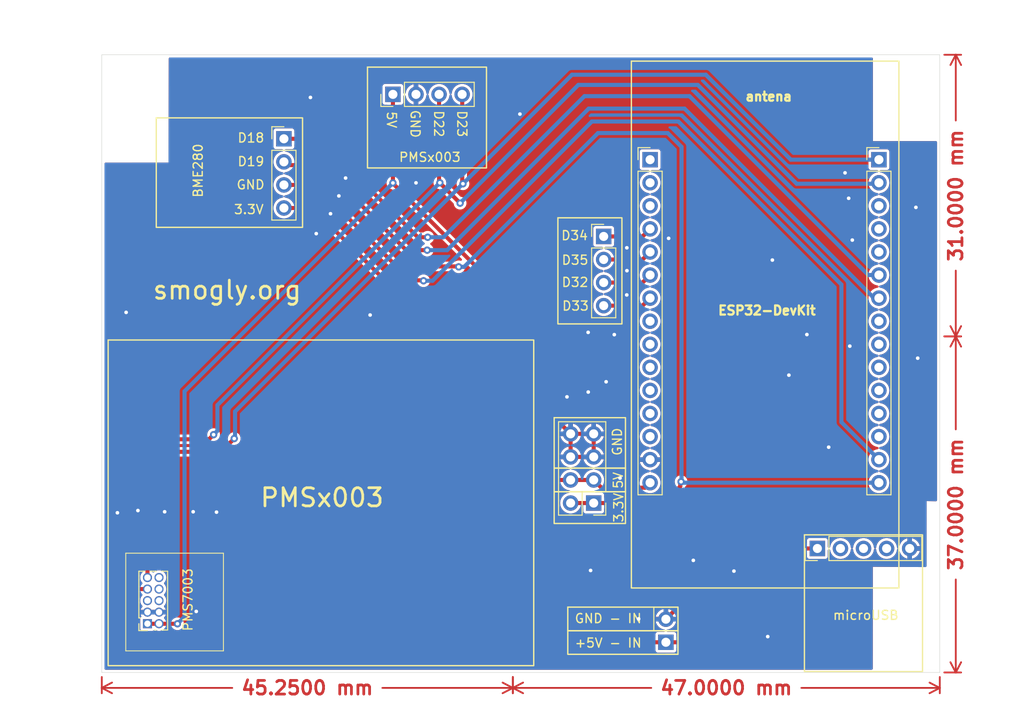
<source format=kicad_pcb>
(kicad_pcb (version 20211014) (generator pcbnew)
  (layers (0 "F.Cu" signal) (31 "B.Cu" signal) (34 "B.Paste" user) (35 "F.Paste" user) (36 "B.SilkS" user "B.Silkscreen") (37 "F.SilkS" user "F.Silkscreen") (38 "B.Mask" user) (39 "F.Mask" user) (44 "Edge.Cuts" user))
  (net 0 "")
  (net 1 "Net-(J11-Pad2)")
  (net 2 "Net-(J11-Pad14)")
  (net 3 "+5V")
  (net 4 "GND")
  (net 5 "+3V3")
  (net 9 "Net-(J10-Pad4)")
  (net 10 "Net-(J10-Pad5)")
  (net 11 "Net-(J10-Pad6)")
  (net 12 "Net-(J11-Pad6)")
  (net 13 "Net-(J11-Pad7)")
  (net 14 "Net-(J11-Pad1)")
  (net 15 "Net-(J10-Pad7)")
  (footprint "Connector_PinHeader_2.54mm:PinHeader_1x04_P2.54mm_Vertical" (layer "F.Cu") (at 197 72.81 90)
    (fp_text reference "J2" hide)
    (fp_text value "PMSx003")
    (fp_line (start -1.33 8.95) (end 1.33 8.95) (layer "F.SilkS") (width 0.12))
    (fp_line (start -1.33 0) (end -1.33 -1.33) (layer "F.SilkS") (width 0.12))
    (fp_line (start -1.33 1.27) (end 1.33 1.27) (layer "F.SilkS") (width 0.12))
    (fp_line (start -1.33 -1.33) (end 0 -1.33) (layer "F.SilkS") (width 0.12))
    (fp_line (start 1.33 1.27) (end 1.33 8.95) (layer "F.SilkS") (width 0.12))
    (fp_line (start -1.33 1.27) (end -1.33 8.95) (layer "F.SilkS") (width 0.12))
    (pad "1" thru_hole rect locked (at 0 0 90) (size 1.7 1.7) (drill 1) (layers *.Cu *.Mask) (net 3 "+5V"))
    (pad "2" thru_hole oval locked (at 0 2.54 90) (size 1.7 1.7) (drill 1) (layers *.Cu *.Mask) (net 4 "GND"))
    (pad "3" thru_hole oval locked (at 0 5.08 90) (size 1.7 1.7) (drill 1) (layers *.Cu *.Mask) (net 1 "Net-(J11-Pad2)"))
    (pad "4" thru_hole oval locked (at 0 7.62 90) (size 1.7 1.7) (drill 1) (layers *.Cu *.Mask) (net 14 "Net-(J11-Pad1)"))
  )
  (footprint "Connector_PinHeader_2.54mm:PinHeader_1x02_P2.54mm_Vertical" (layer "F.Cu") (at 227.05 133.125 180)
    (fp_text reference "J1" hide)
    (fp_text value "VCC IN")
    (fp_line (start -1.33 -1.33) (end 0 -1.33) (layer "F.SilkS") (width 0.12))
    (fp_line (start -1.33 0) (end -1.33 -1.33) (layer "F.SilkS") (width 0.12))
    (fp_line (start 1.33 1.27) (end 1.33 3.87) (layer "F.SilkS") (width 0.12))
    (fp_line (start -1.33 1.27) (end 1.33 1.27) (layer "F.SilkS") (width 0.12))
    (fp_line (start -1.33 3.87) (end 1.33 3.87) (layer "F.SilkS") (width 0.12))
    (fp_line (start -1.33 1.27) (end -1.33 3.87) (layer "F.SilkS") (width 0.12))
    (pad "1" thru_hole rect locked (at 0 0 180) (size 1.7 1.7) (drill 1) (layers *.Cu *.Mask) (net 3 "+5V"))
    (pad "2" thru_hole oval locked (at 0 2.54 180) (size 1.7 1.7) (drill 1) (layers *.Cu *.Mask) (net 4 "GND"))
  )
  (footprint "Connector_PinHeader_2.54mm:PinHeader_1x04_P2.54mm_Vertical" (layer "F.Cu") (at 220.2 88.45)
    (fp_text reference "J8" hide)
    (fp_text value "D33/32/35/35" hide)
    (fp_line (start -1.33 1.27) (end 1.33 1.27) (layer "F.SilkS") (width 0.12))
    (fp_line (start -1.33 -1.33) (end 0 -1.33) (layer "F.SilkS") (width 0.12))
    (fp_line (start 1.33 1.27) (end 1.33 8.95) (layer "F.SilkS") (width 0.12))
    (fp_line (start -1.33 1.27) (end -1.33 8.95) (layer "F.SilkS") (width 0.12))
    (fp_line (start -1.33 8.95) (end 1.33 8.95) (layer "F.SilkS") (width 0.12))
    (fp_line (start -1.33 0) (end -1.33 -1.33) (layer "F.SilkS") (width 0.12))
    (pad "1" thru_hole rect locked (at 0 0) (size 1.7 1.7) (drill 1) (layers *.Cu *.Mask) (net 9 "Net-(J10-Pad4)"))
    (pad "2" thru_hole oval locked (at 0 2.54) (size 1.7 1.7) (drill 1) (layers *.Cu *.Mask) (net 10 "Net-(J10-Pad5)"))
    (pad "3" thru_hole oval locked (at 0 5.08) (size 1.7 1.7) (drill 1) (layers *.Cu *.Mask) (net 11 "Net-(J10-Pad6)"))
    (pad "4" thru_hole oval locked (at 0 7.62) (size 1.7 1.7) (drill 1) (layers *.Cu *.Mask) (net 15 "Net-(J10-Pad7)"))
  )
  (footprint "Connector_PinSocket_1.27mm:PinSocket_2x05_P1.27mm_Vertical" (layer "F.Cu") (at 169.98 131.08 180)
    (fp_text reference "J9" hide)
    (fp_text value "PMS7003_Conn" hide)
    (fp_line (start -2.22 -0.695) (end -1.57753 -0.695) (layer "F.SilkS") (width 0.12))
    (fp_line (start 0.95 -0.76) (end 0.95 0) (layer "F.SilkS") (width 0.12))
    (fp_line (start 0.76 0.635) (end 0.95 0.635) (layer "F.SilkS") (width 0.12))
    (fp_line (start -2.22 -0.695) (end -2.22 5.775) (layer "F.SilkS") (width 0.12))
    (fp_line (start -0.96247 5.775) (end -0.30753 5.775) (layer "F.SilkS") (width 0.12))
    (fp_line (start -2.22 5.775) (end -1.57753 5.775) (layer "F.SilkS") (width 0.12))
    (fp_line (start -0.96247 -0.695) (end -0.76 -0.695) (layer "F.SilkS") (width 0.12))
    (fp_line (start 0 -0.76) (end 0.95 -0.76) (layer "F.SilkS") (width 0.12))
    (fp_line (start 0.95 0.635) (end 0.95 5.775) (layer "F.SilkS") (width 0.12))
    (fp_line (start 0.30753 5.775) (end 0.95 5.775) (layer "F.SilkS") (width 0.12))
    (pad "1" thru_hole rect locked (at 0 0 180) (size 1 1) (drill 0.7) (layers *.Cu *.Mask) (net 3 "+5V"))
    (pad "2" thru_hole oval locked (at -1.27 0 180) (size 1 1) (drill 0.7) (layers *.Cu *.Mask) (net 3 "+5V"))
    (pad "3" thru_hole oval locked (at 0 1.27 180) (size 1 1) (drill 0.7) (layers *.Cu *.Mask) (net 4 "GND"))
    (pad "4" thru_hole oval locked (at -1.27 1.27 180) (size 1 1) (drill 0.7) (layers *.Cu *.Mask) (net 4 "GND"))
    (pad "5" thru_hole oval locked (at 0 2.54 180) (size 1 1) (drill 0.7) (layers *.Cu *.Mask))
    (pad "6" thru_hole oval locked (at -1.27 2.54 180) (size 1 1) (drill 0.7) (layers *.Cu *.Mask))
    (pad "7" thru_hole oval locked (at 0 3.81 180) (size 1 1) (drill 0.7) (layers *.Cu *.Mask) (net 1 "Net-(J11-Pad2)"))
    (pad "8" thru_hole oval locked (at -1.27 3.81 180) (size 1 1) (drill 0.7) (layers *.Cu *.Mask))
    (pad "9" thru_hole oval locked (at 0 5.08 180) (size 1 1) (drill 0.7) (layers *.Cu *.Mask) (net 14 "Net-(J11-Pad1)"))
    (pad "10" thru_hole oval locked (at -1.27 5.08 180) (size 1 1) (drill 0.7) (layers *.Cu *.Mask))
  )
  (footprint "Connector_PinHeader_2.54mm:PinHeader_1x15_P2.54mm_Vertical" (layer "F.Cu") (at 225.31 80)
    (fp_text reference "J10" hide)
    (fp_text value "ESP32-DevKit VIN-EN" hide)
    (fp_line (start 1.33 1.27) (end 1.33 36.89) (layer "F.SilkS") (width 0.12))
    (fp_line (start -1.33 1.27) (end 1.33 1.27) (layer "F.SilkS") (width 0.12))
    (fp_line (start -1.33 36.89) (end 1.33 36.89) (layer "F.SilkS") (width 0.12))
    (fp_line (start -1.33 1.27) (end -1.33 36.89) (layer "F.SilkS") (width 0.12))
    (fp_line (start -1.33 0) (end -1.33 -1.33) (layer "F.SilkS") (width 0.12))
    (fp_line (start -1.33 -1.33) (end 0 -1.33) (layer "F.SilkS") (width 0.12))
    (pad "1" thru_hole rect locked (at 0 0) (size 1.7 1.7) (drill 1) (layers *.Cu *.Mask))
    (pad "2" thru_hole oval locked (at 0 2.54) (size 1.7 1.7) (drill 1) (layers *.Cu *.Mask))
    (pad "3" thru_hole oval locked (at 0 5.08) (size 1.7 1.7) (drill 1) (layers *.Cu *.Mask))
    (pad "4" thru_hole oval locked (at 0 7.62) (size 1.7 1.7) (drill 1) (layers *.Cu *.Mask) (net 9 "Net-(J10-Pad4)"))
    (pad "5" thru_hole oval locked (at 0 10.16) (size 1.7 1.7) (drill 1) (layers *.Cu *.Mask) (net 10 "Net-(J10-Pad5)"))
    (pad "6" thru_hole oval locked (at 0 12.7) (size 1.7 1.7) (drill 1) (layers *.Cu *.Mask) (net 11 "Net-(J10-Pad6)"))
    (pad "7" thru_hole oval locked (at 0 15.24) (size 1.7 1.7) (drill 1) (layers *.Cu *.Mask) (net 15 "Net-(J10-Pad7)"))
    (pad "8" thru_hole oval locked (at 0 17.78) (size 1.7 1.7) (drill 1) (layers *.Cu *.Mask))
    (pad "9" thru_hole oval locked (at 0 20.32) (size 1.7 1.7) (drill 1) (layers *.Cu *.Mask))
    (pad "10" thru_hole oval locked (at 0 22.86) (size 1.7 1.7) (drill 1) (layers *.Cu *.Mask))
    (pad "11" thru_hole oval locked (at 0 25.4) (size 1.7 1.7) (drill 1) (layers *.Cu *.Mask))
    (pad "12" thru_hole oval locked (at 0 27.94) (size 1.7 1.7) (drill 1) (layers *.Cu *.Mask))
    (pad "13" thru_hole oval locked (at 0 30.48) (size 1.7 1.7) (drill 1) (layers *.Cu *.Mask))
    (pad "14" thru_hole oval locked (at 0 33.02) (size 1.7 1.7) (drill 1) (layers *.Cu *.Mask) (net 4 "GND"))
    (pad "15" thru_hole oval locked (at 0 35.56) (size 1.7 1.7) (drill 1) (layers *.Cu *.Mask) (net 3 "+5V"))
  )
  (footprint "Connector_PinHeader_2.54mm:PinHeader_2x04_P2.54mm_Vertical" (layer "F.Cu") (at 219.1 117.8 180)
    (fp_text reference "J5" hide)
    (fp_text value "5/3.3/GND")
    (fp_line (start 1.27 1.27) (end 1.27 -1.33) (layer "F.SilkS") (width 0.12))
    (fp_line (start 3.87 -1.33) (end 3.87 8.95) (layer "F.SilkS") (width 0.12))
    (fp_line (start -1.33 -1.33) (end 0 -1.33) (layer "F.SilkS") (width 0.12))
    (fp_line (start -1.33 8.95) (end 3.87 8.95) (layer "F.SilkS") (width 0.12))
    (fp_line (start -1.33 1.27) (end 1.27 1.27) (layer "F.SilkS") (width 0.12))
    (fp_line (start -1.33 0) (end -1.33 -1.33) (layer "F.SilkS") (width 0.12))
    (fp_line (start -1.33 1.27) (end -1.33 8.95) (layer "F.SilkS") (width 0.12))
    (fp_line (start 1.27 -1.33) (end 3.87 -1.33) (layer "F.SilkS") (width 0.12))
    (pad "1" thru_hole rect locked (at 0 0 180) (size 1.7 1.7) (drill 1) (layers *.Cu *.Mask) (net 5 "+3V3"))
    (pad "2" thru_hole oval locked (at 2.54 0 180) (size 1.7 1.7) (drill 1) (layers *.Cu *.Mask) (net 5 "+3V3"))
    (pad "3" thru_hole oval locked (at 0 2.54 180) (size 1.7 1.7) (drill 1) (layers *.Cu *.Mask) (net 3 "+5V"))
    (pad "4" thru_hole oval locked (at 2.54 2.54 180) (size 1.7 1.7) (drill 1) (layers *.Cu *.Mask) (net 3 "+5V"))
    (pad "5" thru_hole oval locked (at 0 5.08 180) (size 1.7 1.7) (drill 1) (layers *.Cu *.Mask) (net 4 "GND"))
    (pad "6" thru_hole oval locked (at 2.54 5.08 180) (size 1.7 1.7) (drill 1) (layers *.Cu *.Mask) (net 4 "GND"))
    (pad "7" thru_hole oval locked (at 0 7.62 180) (size 1.7 1.7) (drill 1) (layers *.Cu *.Mask) (net 4 "GND"))
    (pad "8" thru_hole oval locked (at 2.54 7.62 180) (size 1.7 1.7) (drill 1) (layers *.Cu *.Mask) (net 4 "GND"))
  )
  (footprint "Connector_PinHeader_2.54mm:PinHeader_1x05_P2.54mm_Vertical" (layer "F.Cu") (at 243.725 122.8 90)
    (fp_text reference "J4" hide)
    (fp_text value "microUSB")
    (fp_line (start -1.33 0) (end -1.33 -1.33) (layer "F.SilkS") (width 0.12))
    (fp_line (start 1.33 1.27) (end 1.33 11.49) (layer "F.SilkS") (width 0.12))
    (fp_line (start -1.33 1.27) (end 1.33 1.27) (layer "F.SilkS") (width 0.12))
    (fp_line (start -1.33 1.27) (end -1.33 11.49) (layer "F.SilkS") (width 0.12))
    (fp_line (start -1.33 -1.33) (end 0 -1.33) (layer "F.SilkS") (width 0.12))
    (fp_line (start -1.33 11.49) (end 1.33 11.49) (layer "F.SilkS") (width 0.12))
    (pad "1" thru_hole rect locked (at 0 0 90) (size 1.7 1.7) (drill 1) (layers *.Cu *.Mask) (net 3 "+5V"))
    (pad "2" thru_hole oval locked (at 0 2.54 90) (size 1.7 1.7) (drill 1) (layers *.Cu *.Mask))
    (pad "3" thru_hole oval locked (at 0 5.08 90) (size 1.7 1.7) (drill 1) (layers *.Cu *.Mask))
    (pad "4" thru_hole oval locked (at 0 7.62 90) (size 1.7 1.7) (drill 1) (layers *.Cu *.Mask))
    (pad "5" thru_hole oval locked (at 0 10.16 90) (size 1.7 1.7) (drill 1) (layers *.Cu *.Mask) (net 4 "GND"))
  )
  (footprint "Connector_PinHeader_2.54mm:PinHeader_1x15_P2.54mm_Vertical" (layer "F.Cu") (at 250.5 80)
    (fp_text reference "J11" hide)
    (fp_text value "ESP32-DevKit 3V3-D23" hide)
    (fp_line (start 1.33 1.27) (end 1.33 36.89) (layer "F.SilkS") (width 0.12))
    (fp_line (start -1.33 -1.33) (end 0 -1.33) (layer "F.SilkS") (width 0.12))
    (fp_line (start -1.33 1.27) (end -1.33 36.89) (layer "F.SilkS") (width 0.12))
    (fp_line (start -1.33 36.89) (end 1.33 36.89) (layer "F.SilkS") (width 0.12))
    (fp_line (start -1.33 0) (end -1.33 -1.33) (layer "F.SilkS") (width 0.12))
    (fp_line (start -1.33 1.27) (end 1.33 1.27) (layer "F.SilkS") (width 0.12))
    (pad "1" thru_hole rect locked (at 0 0) (size 1.7 1.7) (drill 1) (layers *.Cu *.Mask) (net 14 "Net-(J11-Pad1)"))
    (pad "2" thru_hole oval locked (at 0 2.54) (size 1.7 1.7) (drill 1) (layers *.Cu *.Mask) (net 1 "Net-(J11-Pad2)"))
    (pad "3" thru_hole oval locked (at 0 5.08) (size 1.7 1.7) (drill 1) (layers *.Cu *.Mask))
    (pad "4" thru_hole oval locked (at 0 7.62) (size 1.7 1.7) (drill 1) (layers *.Cu *.Mask))
    (pad "5" thru_hole oval locked (at 0 10.16) (size 1.7 1.7) (drill 1) (layers *.Cu *.Mask))
    (pad "6" thru_hole oval locked (at 0 12.7) (size 1.7 1.7) (drill 1) (layers *.Cu *.Mask) (net 12 "Net-(J11-Pad6)"))
    (pad "7" thru_hole oval locked (at 0 15.24) (size 1.7 1.7) (drill 1) (layers *.Cu *.Mask) (net 13 "Net-(J11-Pad7)"))
    (pad "8" thru_hole oval locked (at 0 17.78) (size 1.7 1.7) (drill 1) (layers *.Cu *.Mask))
    (pad "9" thru_hole oval locked (at 0 20.32) (size 1.7 1.7) (drill 1) (layers *.Cu *.Mask))
    (pad "10" thru_hole oval locked (at 0 22.86) (size 1.7 1.7) (drill 1) (layers *.Cu *.Mask))
    (pad "11" thru_hole oval locked (at 0 25.4) (size 1.7 1.7) (drill 1) (layers *.Cu *.Mask))
    (pad "12" thru_hole oval locked (at 0 27.94) (size 1.7 1.7) (drill 1) (layers *.Cu *.Mask))
    (pad "13" thru_hole oval locked (at 0 30.48) (size 1.7 1.7) (drill 1) (layers *.Cu *.Mask))
    (pad "14" thru_hole oval locked (at 0 33.02) (size 1.7 1.7) (drill 1) (layers *.Cu *.Mask) (net 2 "Net-(J11-Pad14)"))
    (pad "15" thru_hole oval locked (at 0 35.56) (size 1.7 1.7) (drill 1) (layers *.Cu *.Mask) (net 5 "+3V3"))
  )
  (footprint "Connector_PinHeader_2.54mm:PinHeader_1x04_P2.54mm_Vertical" (layer "F.Cu") (at 185 77.7)
    (fp_text reference "J3" hide)
    (fp_text value "BME280")
    (fp_line (start 1.33 1.27) (end 1.33 8.95) (layer "F.SilkS") (width 0.12))
    (fp_line (start -1.33 1.27) (end -1.33 8.95) (layer "F.SilkS") (width 0.12))
    (fp_line (start -1.33 8.95) (end 1.33 8.95) (layer "F.SilkS") (width 0.12))
    (fp_line (start -1.33 0) (end -1.33 -1.33) (layer "F.SilkS") (width 0.12))
    (fp_line (start -1.33 -1.33) (end 0 -1.33) (layer "F.SilkS") (width 0.12))
    (fp_line (start -1.33 1.27) (end 1.33 1.27) (layer "F.SilkS") (width 0.12))
    (pad "1" thru_hole rect locked (at 0 0) (size 1.7 1.7) (drill 1) (layers *.Cu *.Mask) (net 12 "Net-(J11-Pad6)"))
    (pad "2" thru_hole oval locked (at 0 2.54) (size 1.7 1.7) (drill 1) (layers *.Cu *.Mask) (net 13 "Net-(J11-Pad7)"))
    (pad "3" thru_hole oval locked (at 0 5.08) (size 1.7 1.7) (drill 1) (layers *.Cu *.Mask) (net 5 "+3V3"))
    (pad "4" thru_hole oval locked (at 0 7.62) (size 1.7 1.7) (drill 1) (layers *.Cu *.Mask) (net 2 "Net-(J11-Pad14)"))
  )
  (gr_rect (start 228.38 131.855) (end 216.25 134.45) (layer "F.SilkS") (width 0.15) (fill none))
  (gr_rect (start 214.75 113.95) (end 222.6 116.55) (layer "F.SilkS") (width 0.15) (fill none))
  (gr_line (start 178.34 134.07) (end 167.59 134.07) (layer "F.SilkS") (width 0.1))
  (gr_rect (start 194.2 69.81) (end 207.3 80.91) (layer "F.SilkS") (width 0.15) (fill none))
  (gr_rect (start 222.21 86.4) (end 215.1612 98.08) (layer "F.SilkS") (width 0.15) (fill none))
  (gr_rect (start 222.6 116.55) (end 214.75 120.05) (layer "F.SilkS") (width 0.15) (fill none))
  (gr_rect (start 165.65 135.7) (end 212.5 99.85) (layer "F.SilkS") (width 0.15) (fill none))
  (gr_rect (start 222.6 113.95) (end 214.75 108.4) (layer "F.SilkS") (width 0.15) (fill none))
  (gr_rect (start 170.95 87.45) (end 187.05 75.4) (layer "F.SilkS") (width 0.15) (fill none))
  (gr_line (start 178.34 123.32) (end 167.59 123.32) (layer "F.SilkS") (width 0.1))
  (gr_rect (start 252.7 69.15) (end 223.25 127.15) (layer "F.SilkS") (width 0.15) (fill none))
  (gr_line (start 167.59 134.07) (end 167.59 123.32) (layer "F.SilkS") (width 0.1))
  (gr_rect (start 255.3 136.35) (end 242.3 121.3) (layer "F.SilkS") (width 0.15) (fill none))
  (gr_rect (start 216.25 131.86) (end 228.38 129.255) (layer "F.SilkS") (width 0.15) (fill none))
  (gr_line (start 178.34 134.07) (end 178.34 123.32) (layer "F.SilkS") (width 0.1))
  (gr_line (start 257.2 136.45) (end 257.2 68.45) (layer "Edge.Cuts") (width 0.05))
  (gr_line (start 257.2 68.45) (end 164.95 68.45) (layer "Edge.Cuts") (width 0.05))
  (gr_line (start 164.95 136.45) (end 257.2 136.45) (layer "Edge.Cuts") (width 0.05))
  (gr_line (start 164.95 68.45) (end 164.95 136.45) (layer "Edge.Cuts") (width 0.05))
  (gr_text "D34" (at 217 88.35) (layer "F.SilkS") (effects (font (size 1 1))))
  (gr_text "microUSB" (at 249.05 130.15) (layer "F.SilkS") (effects (font (size 1 1))))
  (gr_text "GND" (at 221.7 111.05 90) (layer "F.SilkS") (effects (font (size 1 1))))
  (gr_text "5V" (at 196.85 75.61 270) (layer "F.SilkS") (effects (font (size 1 1))))
  (gr_text "D33" (at 217.1 96.1) (layer "F.SilkS") (effects (font (size 1 1))))
  (gr_text "D19" (at 181.37 80.2) (layer "F.SilkS") (effects (font (size 1 1))))
  (gr_text "D35" (at 217.05 91.05) (layer "F.SilkS") (effects (font (size 1 1))))
  (gr_text "PMS7003" (at 174.43 128.44 90) (layer "F.SilkS") (effects (font (size 1 1))))
  (gr_text "GND" (at 181.33 82.76) (layer "F.SilkS") (effects (font (size 1 1))))
  (gr_text "ESP32-DevKit" (at 238.17 96.6) (layer "F.SilkS") (effects (font (size 1 1) (thickness 0.25))))
  (gr_text "5V" (at 221.8 115.3 90) (layer "F.SilkS") (effects (font (size 1 1))))
  (gr_text "smogly.org" (at 178.75 94.35) (layer "F.SilkS") (effects (font (size 2 2) (thickness 0.3))))
  (gr_text "3.3V" (at 221.85 118.3 90) (layer "F.SilkS") (effects (font (size 1 1))))
  (gr_text "PMSx003" (at 201.07 79.73) (layer "F.SilkS") (effects (font (size 1 1))))
  (gr_text "GND" (at 199.45 76.06 270) (layer "F.SilkS") (effects (font (size 1 1))))
  (gr_text "D23" (at 204.6 76.05 270) (layer "F.SilkS") (effects (font (size 1 1))))
  (gr_text "PMSx003" (at 189.2 117.2) (layer "F.SilkS") (effects (font (size 2 2) (thickness 0.3))))
  (gr_text "D32" (at 217.05 93.5) (layer "F.SilkS") (effects (font (size 1 1))))
  (gr_text "GND - IN" (at 220.7 130.505) (layer "F.SilkS") (effects (font (size 1 1))))
  (gr_text "D22" (at 202.05 76.05 270) (layer "F.SilkS") (effects (font (size 1 1))))
  (gr_text "D18" (at 181.37 77.6) (layer "F.SilkS") (effects (font (size 1 1))))
  (gr_text "+5V - IN" (at 220.7 133.2) (layer "F.SilkS") (effects (font (size 1 1))))
  (gr_text "BME280" (at 175.55 81.2 90) (layer "F.SilkS") (effects (font (size 1 1))))
  (gr_text "antena" (at 238.37 73.05) (layer "F.SilkS") (effects (font (size 1 1) (thickness 0.25))))
  (gr_text "3.3V" (at 181.14 85.48) (layer "F.SilkS") (effects (font (size 1 1))))
  (dimension (type aligned) (layer "F.Cu") (pts (xy 257.2 136.45) (xy 257.2 99.45)) (height 1.759616) (gr_text "37.0000 mm" (at 258.959616 117.95 90) (layer "F.Cu") (effects (font (size 1.5 1.5) (thickness 0.3)))) (format (units 3) (units_format 1) (precision 4)) (style (thickness 0.2) (arrow_length 1.27) (text_position_mode 1) (extension_height 0.58642) (extension_offset 0.5) keep_text_aligned))
  (dimension (type aligned) (layer "F.Cu") (pts (xy 210.2 136.45) (xy 164.95 136.45)) (height -1.698877) (gr_text "45.2500 mm" (at 187.575 138.148877) (layer "F.Cu") (effects (font (size 1.5 1.5) (thickness 0.3)))) (format (units 3) (units_format 1) (precision 4)) (style (thickness 0.2) (arrow_length 1.27) (text_position_mode 1) (extension_height 0.58642) (extension_offset 0.5) keep_text_aligned))
  (dimension (type aligned) (layer "F.Cu") (pts (xy 257.2 136.45) (xy 210.2 136.45)) (height -1.698877) (gr_text "47.0000 mm" (at 233.7 138.148877) (layer "F.Cu") (effects (font (size 1.5 1.5) (thickness 0.3)))) (format (units 3) (units_format 1) (precision 4)) (style (thickness 0.2) (arrow_length 1.27) (text_position_mode 1) (extension_height 0.58642) (extension_offset 0.5) keep_text_aligned))
  (dimension (type aligned) (layer "F.Cu") (pts (xy 257.2 68.45) (xy 257.2 99.45)) (height -1.759616) (gr_text "31.0000 mm" (at 258.959616 83.95 90) (layer "F.Cu") (effects (font (size 1.5 1.5) (thickness 0.3)))) (format (units 3) (units_format 1) (precision 4)) (style (thickness 0.2) (arrow_length 1.27) (text_position_mode 1) (extension_height 0.58642) (extension_offset 0.5) keep_text_aligned))
  (segment (start 202.17 82.54) (end 202.08 82.45) (width 0.35) (layer "F.Cu") (net 1))
  (segment (start 202.17 82.56) (end 204.395 84.785) (width 0.45) (layer "F.Cu") (net 1))
  (segment (start 167.75 113.65) (end 167.75 126.61) (width 0.45) (layer "F.Cu") (net 1))
  (segment (start 170.62 110.78) (end 167.75 113.65) (width 0.45) (layer "F.Cu") (net 1))
  (segment (start 167.75 126.61) (end 168.41 127.27) (width 0.45) (layer "F.Cu") (net 1))
  (segment (start 168.41 127.27) (end 169.98 127.27) (width 0.45) (layer "F.Cu") (net 1))
  (segment (start 177.26 110.27) (end 176.75 110.78) (width 0.45) (layer "F.Cu") (net 1))
  (segment (start 202.17 82.54) (end 202.17 82.56) (width 0.35) (layer "F.Cu") (net 1))
  (segment (start 202.08 82.45) (end 202.08 72.81) (width 0.45) (layer "F.Cu") (net 1))
  (segment (start 176.75 110.78) (end 170.62 110.78) (width 0.45) (layer "F.Cu") (net 1))
  (via (at 177.26 110.27) (size 0.8) (drill 0.4) (layers "F.Cu" "B.Cu") (net 1))
  (via (at 204.395 84.785) (size 0.8) (drill 0.4) (layers "F.Cu" "B.Cu") (net 1))
  (via (at 202.17 82.54) (size 0.8) (drill 0.4) (layers "F.Cu" "B.Cu") (net 1))
  (segment (start 177.68 107.02) (end 202.16 82.54) (width 0.45) (layer "B.Cu") (net 1))
  (segment (start 177.26 110.27) (end 177.68 109.85) (width 0.45) (layer "B.Cu") (net 1))
  (segment (start 217.41 71.77) (end 230.565 71.77) (width 0.45) (layer "B.Cu") (net 1))
  (segment (start 241.445 82.65) (end 250.39 82.65) (width 0.45) (layer "B.Cu") (net 1))
  (segment (start 230.565 71.77) (end 241.445 82.65) (width 0.45) (layer "B.Cu") (net 1))
  (segment (start 202.16 82.54) (end 202.17 82.54) (width 0.35) (layer "B.Cu") (net 1))
  (segment (start 204.395 84.785) (end 217.41 71.77) (width 0.45) (layer "B.Cu") (net 1))
  (segment (start 250.39 82.65) (end 250.5 82.54) (width 0.45) (layer "B.Cu") (net 1))
  (segment (start 177.68 109.85) (end 177.68 107.02) (width 0.45) (layer "B.Cu") (net 1))
  (segment (start 188.15 85.32) (end 185 85.32) (width 0.45) (layer "F.Cu") (net 2))
  (segment (start 200.37 93.33) (end 200.32 93.28) (width 0.45) (layer "F.Cu") (net 2))
  (segment (start 200.32 93.28) (end 196.11 93.28) (width 0.45) (layer "F.Cu") (net 2))
  (segment (start 196.11 93.28) (end 188.15 85.32) (width 0.45) (layer "F.Cu") (net 2))
  (via (at 200.37 93.33) (size 0.8) (drill 0.4) (layers "F.Cu" "B.Cu") (net 2))
  (segment (start 218.8958 75.7992) (end 228.4192 75.7992) (width 0.45) (layer "B.Cu") (net 2))
  (segment (start 246.37 108.89) (end 250.5 113.02) (width 0.45) (layer "B.Cu") (net 2))
  (segment (start 201.365 93.33) (end 218.8958 75.7992) (width 0.45) (layer "B.Cu") (net 2))
  (segment (start 228.4192 75.7992) (end 246.37 93.75) (width 0.45) (layer "B.Cu") (net 2))
  (segment (start 246.37 93.75) (end 246.37 108.89) (width 0.45) (layer "B.Cu") (net 2))
  (segment (start 200.37 93.33) (end 201.365 93.33) (width 0.45) (layer "B.Cu") (net 2))
  (segment (start 224.76 116.11) (end 225.31 115.56) (width 0.45) (layer "F.Cu") (net 3))
  (segment (start 213.46 131.36) (end 215.225 133.125) (width 0.45) (layer "F.Cu") (net 3))
  (segment (start 169.99 131.09) (end 173.28 131.09) (width 0.45) (layer "F.Cu") (net 3))
  (segment (start 239.46 122.8) (end 243.725 122.8) (width 0.45) (layer "F.Cu") (net 3))
  (segment (start 169.98 131.08) (end 169.99 131.09) (width 0.45) (layer "F.Cu") (net 3))
  (segment (start 206.23 91.84) (end 211.93 91.84) (width 0.45) (layer "F.Cu") (net 3))
  (segment (start 219.1 115.26) (end 219.95 116.11) (width 0.45) (layer "F.Cu") (net 3))
  (segment (start 219.1 115.26) (end 216.56 115.26) (width 0.45) (layer "F.Cu") (net 3))
  (segment (start 227.05 133.125) (end 229.135 133.125) (width 0.45) (layer "F.Cu") (net 3))
  (segment (start 219.95 116.11) (end 224.76 116.11) (width 0.45) (layer "F.Cu") (net 3))
  (segment (start 213.46 93.37) (end 213.46 131.36) (width 0.45) (layer "F.Cu") (net 3))
  (segment (start 197 82.56) (end 197 82.61) (width 0.45) (layer "F.Cu") (net 3))
  (segment (start 197 82.61) (end 206.23 91.84) (width 0.45) (layer "F.Cu") (net 3))
  (segment (start 211.93 91.84) (end 213.46 93.37) (width 0.45) (layer "F.Cu") (net 3))
  (segment (start 229.135 133.125) (end 239.46 122.8) (width 0.45) (layer "F.Cu") (net 3))
  (segment (start 215.225 133.125) (end 227.05 133.125) (width 0.45) (layer "F.Cu") (net 3))
  (segment (start 197 79.78) (end 197 82.56) (width 0.45) (layer "F.Cu") (net 3))
  (segment (start 197 72.81) (end 197 79.78) (width 0.45) (layer "F.Cu") (net 3))
  (segment (start 216.56 115.26) (end 213.6 115.26) (width 0.45) (layer "F.Cu") (net 3))
  (via (at 173.28 131.09) (size 0.8) (drill 0.4) (layers "F.Cu" "B.Cu") (net 3))
  (via (at 197 82.56) (size 0.8) (drill 0.4) (layers "F.Cu" "B.Cu") (net 3))
  (segment (start 174.06 130.31) (end 173.28 131.09) (width 0.45) (layer "B.Cu") (net 3))
  (segment (start 197 82.56) (end 174.06 105.5) (width 0.45) (layer "B.Cu") (net 3))
  (segment (start 174.06 105.5) (end 174.06 130.31) (width 0.45) (layer "B.Cu") (net 3))
  (segment (start 238.035 119.6) (end 252.145 119.6) (width 0.45) (layer "F.Cu") (net 4))
  (segment (start 199.54 82.56) (end 207 90.02) (width 0.45) (layer "F.Cu") (net 4))
  (segment (start 199.54 72.81) (end 199.54 82.55) (width 0.45) (layer "F.Cu") (net 4))
  (segment (start 216.56 110.18) (end 219.1 110.18) (width 0.45) (layer "F.Cu") (net 4))
  (segment (start 199.54 82.55) (end 199.54 82.56) (width 0.45) (layer "F.Cu") (net 4))
  (segment (start 214.73 92.24) (end 214.73 108.35) (width 0.45) (layer "F.Cu") (net 4))
  (segment (start 214.73 108.35) (end 216.56 110.18) (width 0.45) (layer "F.Cu") (net 4))
  (segment (start 252.145 119.6) (end 253.885 121.34) (width 0.45) (layer "F.Cu") (net 4))
  (segment (start 216.56 112.72) (end 216.56 110.18) (width 0.45) (layer "F.Cu") (net 4))
  (segment (start 253.885 121.34) (end 253.885 122.8) (width 0.45) (layer "F.Cu") (net 4))
  (segment (start 219.1 110.18) (end 219.1 112.72) (width 0.45) (layer "F.Cu") (net 4))
  (segment (start 222 113.39) (end 221.33 112.72) (width 0.45) (layer "F.Cu") (net 4))
  (segment (start 175.27 129.81) (end 175.35 129.73) (width 0.45) (layer "F.Cu") (net 4))
  (segment (start 169.98 129.81) (end 175.27 129.81) (width 0.45) (layer "F.Cu") (net 4))
  (segment (start 212.51 90.02) (end 214.73 92.24) (width 0.45) (layer "F.Cu") (net 4))
  (segment (start 221.33 112.72) (end 219.1 112.72) (width 0.45) (layer "F.Cu") (net 4))
  (segment (start 227.015 130.55) (end 227.05 130.585) (width 0.35) (layer "F.Cu") (net 4))
  (segment (start 224.05 130.55) (end 227.015 130.55) (width 0.45) (layer "F.Cu") (net 4))
  (segment (start 207 90.02) (end 212.51 90.02) (width 0.45) (layer "F.Cu") (net 4))
  (segment (start 222 115.05) (end 222 113.39) (width 0.45) (layer "F.Cu") (net 4))
  (segment (start 219.1 112.72) (end 216.56 112.72) (width 0.45) (layer "F.Cu") (net 4))
  (segment (start 227.05 130.585) (end 238.035 119.6) (width 0.45) (layer "F.Cu") (net 4))
  (via (at 167.63 96.81) (size 0.8) (drill 0.4) (layers "F.Cu" "B.Cu") (net 4))
  (via (at 222.76 92.22) (size 0.8) (drill 0.4) (layers "F.Cu" "B.Cu") (net 4))
  (via (at 175.35 129.73) (size 0.8) (drill 0.4) (layers "F.Cu" "B.Cu") (net 4))
  (via (at 190.13 85.95) (size 0.8) (drill 0.4) (layers "F.Cu" "B.Cu") (net 4))
  (via (at 242.57 99.25) (size 0.8) (drill 0.4) (layers "F.Cu" "B.Cu") (net 4))
  (via (at 210.98 74.98) (size 0.8) (drill 0.4) (layers "F.Cu" "B.Cu") (net 4))
  (via (at 218.76 125.22) (size 0.8) (drill 0.4) (layers "F.Cu" "B.Cu") (net 4))
  (via (at 227.35 88.66) (size 0.8) (drill 0.4) (layers "F.Cu" "B.Cu") (net 4))
  (via (at 191.79 82.02) (size 0.8) (drill 0.4) (layers "F.Cu" "B.Cu") (net 4))
  (via (at 168.9284 118.6236) (size 0.8) (drill 0.4) (layers "F.Cu" "B.Cu") (net 4))
  (via (at 188.56 88.14) (size 0.8) (drill 0.4) (layers "F.Cu" "B.Cu") (net 4))
  (via (at 247.295 100.525) (size 0.8) (drill 0.4) (layers "F.Cu" "B.Cu") (net 4))
  (via (at 234.54 125.29) (size 0.8) (drill 0.4) (layers "F.Cu" "B.Cu") (net 4))
  (via (at 199.54 82.55) (size 0.8) (drill 0.4) (layers "F.Cu" "B.Cu") (net 4))
  (via (at 175.01 118.76) (size 0.8) (drill 0.4) (layers "F.Cu" "B.Cu") (net 4))
  (via (at 177.58 118.8) (size 0.8) (drill 0.4) (layers "F.Cu" "B.Cu") (net 4))
  (via (at 246.77 81.45) (size 0.8) (drill 0.4) (layers "F.Cu" "B.Cu") (net 4))
  (via (at 194.49 97.1) (size 0.8) (drill 0.4) (layers "F.Cu" "B.Cu") (net 4))
  (via (at 238.26 132.5) (size 0.8) (drill 0.4) (layers "F.Cu" "B.Cu") (net 4))
  (via (at 216.16 106.11) (size 0.8) (drill 0.4) (layers "F.Cu" "B.Cu") (net 4))
  (via (at 224.05 130.55) (size 0.8) (drill 0.4) (layers "F.Cu" "B.Cu") (net 4))
  (via (at 171.87 118.76) (size 0.8) (drill 0.4) (layers "F.Cu" "B.Cu") (net 4))
  (via (at 247.57 88.85) (size 0.8) (drill 0.4) (layers "F.Cu" "B.Cu") (net 4))
  (via (at 221.37 99.26) (size 0.8) (drill 0.4) (layers "F.Cu" "B.Cu") (net 4))
  (via (at 166.67 118.87) (size 0.8) (drill 0.4) (layers "F.Cu" "B.Cu") (net 4))
  (via (at 218.5 105.58) (size 0.8) (drill 0.4) (layers "F.Cu" "B.Cu") (net 4))
  (via (at 222.74 94.89) (size 0.8) (drill 0.4) (layers "F.Cu" "B.Cu") (net 4))
  (via (at 254.77 101.85) (size 0.8) (drill 0.4) (layers "F.Cu" "B.Cu") (net 4))
  (via (at 218.49 99.01) (size 0.8) (drill 0.4) (layers "F.Cu" "B.Cu") (net 4))
  (via (at 222 115.05) (size 0.8) (drill 0.4) (layers "F.Cu" "B.Cu") (net 4))
  (via (at 230.07 124.11) (size 0.8) (drill 0.4) (layers "F.Cu" "B.Cu") (net 4))
  (via (at 244.97 111.65) (size 0.8) (drill 0.4) (layers "F.Cu" "B.Cu") (net 4))
  (via (at 238.77 91.05) (size 0.8) (drill 0.4) (layers "F.Cu" "B.Cu") (net 4))
  (via (at 254.57 85.25) (size 0.8) (drill 0.4) (layers "F.Cu" "B.Cu") (net 4))
  (via (at 247.17 84.25) (size 0.8) (drill 0.4) (layers "F.Cu" "B.Cu") (net 4))
  (via (at 191.05 83.99) (size 0.8) (drill 0.4) (layers "F.Cu" "B.Cu") (net 4))
  (via (at 240.59 103.72) (size 0.8) (drill 0.4) (layers "F.Cu" "B.Cu") (net 4))
  (via (at 222.75 89.7) (size 0.8) (drill 0.4) (layers "F.Cu" "B.Cu") (net 4))
  (via (at 187.92 73.15) (size 0.8) (drill 0.4) (layers "F.Cu" "B.Cu") (net 4))
  (via (at 220.47 104.45) (size 0.8) (drill 0.4) (layers "F.Cu" "B.Cu") (net 4))
  (segment (start 222 115.05) (end 222 128.5) (width 0.45) (layer "B.Cu") (net 4))
  (segment (start 175.91 129.22) (end 175.91 106.18) (width 0.45) (layer "B.Cu") (net 4))
  (segment (start 175.35 129.73) (end 175.4 129.73) (width 0.45) (layer "B.Cu") (net 4))
  (segment (start 175.4 129.73) (end 175.91 129.22) (width 0.45) (layer "B.Cu") (net 4))
  (segment (start 222 128.5) (end 224.05 130.55) (width 0.45) (layer "B.Cu") (net 4))
  (segment (start 175.91 106.18) (end 199.54 82.55) (width 0.45) (layer "B.Cu") (net 4))
  (segment (start 204.19 91.75) (end 197.41 91.75) (width 0.45) (layer "F.Cu") (net 5))
  (segment (start 226.8004 117.8) (end 219.1 117.8) (width 0.45) (layer "F.Cu") (net 5))
  (segment (start 188.44 82.78) (end 185 82.78) (width 0.45) (layer "F.Cu") (net 5))
  (segment (start 216.56 117.8) (end 219.1 117.8) (width 0.45) (layer "F.Cu") (net 5))
  (segment (start 228.72 115.45) (end 228.63 115.6656) (width 0.45) (layer "F.Cu") (net 5))
  (segment (start 204.24 91.8) (end 204.19 91.75) (width 0.45) (layer "F.Cu") (net 5))
  (segment (start 228.63 115.6656) (end 228.63 115.9704) (width 0.45) (layer "F.Cu") (net 5))
  (segment (start 197.41 91.75) (end 188.44 82.78) (width 0.45) (layer "F.Cu") (net 5))
  (segment (start 228.63 115.9704) (end 226.8004 117.8) (width 0.45) (layer "F.Cu") (net 5))
  (via (at 204.24 91.8) (size 0.8) (drill 0.4) (layers "F.Cu" "B.Cu") (net 5))
  (via (at 228.72 115.45) (size 0.8) (drill 0.4) (layers "F.Cu" "B.Cu") (net 5))
  (segment (start 228.7708 78.5932) (end 227.2468 77.0692) (width 0.45) (layer "B.Cu") (net 5))
  (segment (start 228.72 115.45) (end 228.7708 115.5248) (width 0.45) (layer "B.Cu") (net 5))
  (segment (start 219.5758 77.0692) (end 204.845 91.8) (width 0.45) (layer "B.Cu") (net 5))
  (segment (start 228.83 115.56) (end 250.5 115.56) (width 0.45) (layer "B.Cu") (net 5))
  (segment (start 204.845 91.8) (end 204.24 91.8) (width 0.45) (layer "B.Cu") (net 5))
  (segment (start 228.72 115.45) (end 228.83 115.56) (width 0.45) (layer "B.Cu") (net 5))
  (segment (start 227.2468 77.0692) (end 219.5758 77.0692) (width 0.45) (layer "B.Cu") (net 5))
  (segment (start 228.7708 115.5248) (end 228.7708 78.5932) (width 0.45) (layer "B.Cu") (net 5))
  (segment (start 220.2 88.45) (end 224.48 88.45) (width 0.45) (layer "F.Cu") (net 9))
  (segment (start 224.48 88.45) (end 225.31 87.62) (width 0.45) (layer "F.Cu") (net 9))
  (segment (start 224.48 90.99) (end 225.31 90.16) (width 0.45) (layer "F.Cu") (net 10))
  (segment (start 220.2 90.99) (end 224.48 90.99) (width 0.45) (layer "F.Cu") (net 10))
  (segment (start 220.2 93.53) (end 224.48 93.53) (width 0.45) (layer "F.Cu") (net 11))
  (segment (start 224.48 93.53) (end 225.31 92.7) (width 0.45) (layer "F.Cu") (net 11))
  (segment (start 200.83 88.54) (end 199.74 88.54) (width 0.45) (layer "F.Cu") (net 12))
  (segment (start 188.9 77.7) (end 185 77.7) (width 0.45) (layer "F.Cu") (net 12))
  (segment (start 199.74 88.54) (end 188.9 77.7) (width 0.45) (layer "F.Cu") (net 12))
  (via (at 200.83 88.54) (size 0.8) (drill 0.4) (layers "F.Cu" "B.Cu") (net 12))
  (segment (start 200.83 88.54) (end 202.55 88.54) (width 0.45) (layer "B.Cu") (net 12))
  (segment (start 249.33785 92.7) (end 250.5 92.7) (width 0.45) (layer "B.Cu") (net 12))
  (segment (start 229.64305 73.0052) (end 249.33785 92.7) (width 0.45) (layer "B.Cu") (net 12))
  (segment (start 218.0848 73.0052) (end 229.64305 73.0052) (width 0.45) (layer "B.Cu") (net 12))
  (segment (start 202.55 88.54) (end 218.0848 73.0052) (width 0.45) (layer "B.Cu") (net 12))
  (segment (start 198.46 89.96) (end 189.1 80.6) (width 0.45) (layer "F.Cu") (net 13))
  (segment (start 200.77 89.96) (end 198.46 89.96) (width 0.45) (layer "F.Cu") (net 13))
  (segment (start 189.1 80.6) (end 185.05 80.6) (width 0.45) (layer "F.Cu") (net 13))
  (via (at 200.77 89.96) (size 0.8) (drill 0.4) (layers "F.Cu" "B.Cu") (net 13))
  (segment (start 249.96 95.24) (end 250.5 95.24) (width 0.45) (layer "B.Cu") (net 13))
  (segment (start 218.5532 74.3768) (end 229.0968 74.3768) (width 0.45) (layer "B.Cu") (net 13))
  (segment (start 202.97 89.96) (end 218.5532 74.3768) (width 0.45) (layer "B.Cu") (net 13))
  (segment (start 229.0968 74.3768) (end 249.96 95.24) (width 0.45) (layer "B.Cu") (net 13))
  (segment (start 200.77 89.96) (end 202.97 89.96) (width 0.45) (layer "B.Cu") (net 13))
  (segment (start 169.98 113.91) (end 169.98 126) (width 0.45) (layer "F.Cu") (net 14))
  (segment (start 204.63 72.82) (end 204.62 72.81) (width 0.35) (layer "F.Cu") (net 14))
  (segment (start 179.53 110.7) (end 178.07 112.16) (width 0.45) (layer "F.Cu") (net 14))
  (segment (start 204.63 82.57) (end 204.63 72.82) (width 0.45) (layer "F.Cu") (net 14))
  (segment (start 178.07 112.16) (end 171.73 112.16) (width 0.45) (layer "F.Cu") (net 14))
  (segment (start 171.73 112.16) (end 169.98 113.91) (width 0.45) (layer "F.Cu") (net 14))
  (via (at 179.53 110.7) (size 0.8) (drill 0.4) (layers "F.Cu" "B.Cu") (net 14))
  (via (at 204.71 82.65) (size 0.8) (drill 0.4) (layers "F.Cu" "B.Cu") (net 14))
  (segment (start 179.62 107.72) (end 204.69 82.65) (width 0.45) (layer "B.Cu") (net 14))
  (segment (start 179.53 110.7) (end 179.62 110.61) (width 0.35) (layer "B.Cu") (net 14))
  (segment (start 179.62 110.61) (end 179.62 107.72) (width 0.45) (layer "B.Cu") (net 14))
  (segment (start 231.445 70.65) (end 240.795 80) (width 0.45) (layer "B.Cu") (net 14))
  (segment (start 216.71 70.65) (end 231.445 70.65) (width 0.45) (layer "B.Cu") (net 14))
  (segment (start 240.795 80) (end 250.5 80) (width 0.45) (layer "B.Cu") (net 14))
  (segment (start 204.71 82.65) (end 216.71 70.65) (width 0.45) (layer "B.Cu") (net 14))
  (segment (start 224.48 96.07) (end 225.31 95.24) (width 0.45) (layer "F.Cu") (net 15))
  (segment (start 220.2 96.07) (end 224.48 96.07) (width 0.45) (layer "F.Cu") (net 15))
  (zone (net 0) (net_name "") (layers F&B.Cu) (name "PMS7003") (connect_pads (clearance 0)) (min_thickness 0.254)
    (keepout (tracks not_allowed) (vias not_allowed) (pads not_allowed) (copperpour not_allowed) (footprints not_allowed))
    (fill (thermal_gap 0.508) (thermal_bridge_width 0.508))
    (polygon (pts (xy 249.827245 124.816662) (xy 257.224706 124.852124) (xy 257.197461 136.445462) (xy 249.82 136.45)))
  )
  (zone (net 4) (net_name "GND") (layer "F.Cu") (connect_pads (clearance 0.3)) (min_thickness 0.254) (fill yes (thermal_gap 0.3) (thermal_bridge_width 0.508))
    (polygon (pts (xy 165.044997 68.575) (xy 257.055873 68.575374) (xy 257.080893 136.330521) (xy 165.045017 136.305147)))
  )
  (zone (net 0) (net_name "") (layers F&B.Cu) (name "PMS7003") (connect_pads (clearance 0)) (min_thickness 0.254)
    (keepout (tracks not_allowed) (vias not_allowed) (pads not_allowed) (copperpour not_allowed) (footprints not_allowed))
    (fill (thermal_gap 0.508) (thermal_bridge_width 0.508))
    (polygon (pts (xy 255.749765 117.578287) (xy 257.171899 117.610819) (xy 257.14637 128.846136) (xy 255.744236 128.853604)))
  )
  (zone (net 0) (net_name "") (layers F&B.Cu) (name "PMS7003") (connect_pads (clearance 0)) (min_thickness 0.254)
    (keepout (tracks not_allowed) (vias not_allowed) (pads not_allowed) (copperpour not_allowed) (footprints not_allowed))
    (fill (thermal_gap 0.508) (thermal_bridge_width 0.508))
    (polygon (pts (xy 249.830104 68.415838) (xy 257.227565 68.4513) (xy 257.218306 77.957025) (xy 249.840845 77.961563)))
  )
  (zone (net 0) (net_name "") (layers F&B.Cu) (name "PMS7003") (connect_pads (clearance 0)) (min_thickness 0.254)
    (keepout (tracks not_allowed) (vias not_allowed) (pads not_allowed) (copperpour not_allowed) (footprints not_allowed))
    (fill (thermal_gap 0.508) (thermal_bridge_width 0.508))
    (polygon (pts (xy 164.926563 68.422668) (xy 172.324024 68.45813) (xy 172.295489 80.320586) (xy 164.918028 80.325124)))
  )
  (zone (net 4) (net_name "GND") (layer "B.Cu") (connect_pads (clearance 0.3)) (min_thickness 0.254) (fill yes (thermal_gap 0.3) (thermal_bridge_width 0.508))
    (polygon (pts (xy 165.045116 136.255296) (xy 257.082373 136.355659) (xy 257.057254 68.575411) (xy 165.044997 68.575048)))
  )
)
</source>
